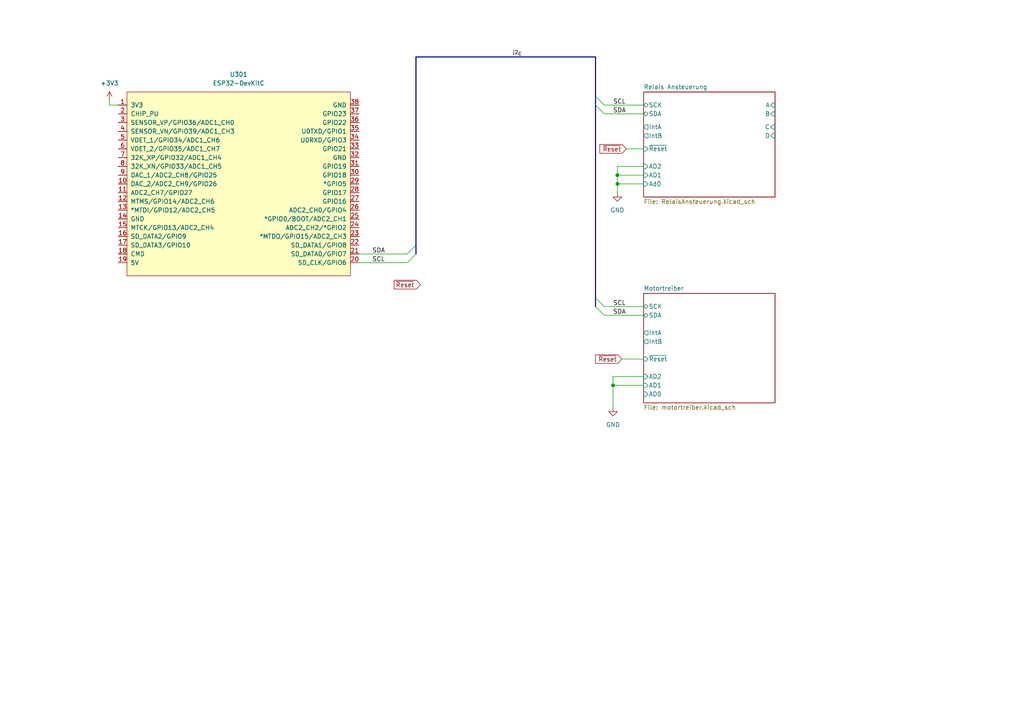
<source format=kicad_sch>
(kicad_sch (version 20211123) (generator eeschema)
  (paper "A4")
  (lib_symbols
    (symbol "Espressif:ESP32-DevKitC" (pin_names (offset 1.016))
      (property "Reference" "U" (at -8.89 26.67 0))
      (property "Value" "ESP32-DevKitC" (at 0 -29.21 0))
      (symbol "ESP32-DevKitC_0_0"
        (pin power_in line (at -33.02 -11.43 0) (length 2.54) (name "GND") (number "14"))
        (pin power_in line (at -33.02 -24.13 0) (length 2.54) (name "5V") (number "19"))
      )
      (symbol "ESP32-DevKitC_0_1"
        (rectangle (start -30.48 25.4) (end 34.29 -27.94) (fill (type background)))
      )
      (symbol "ESP32-DevKitC_1_1"
        (pin power_in line (at -33.02 21.59 0) (length 2.54) (name "3V3") (number "1"))
        (pin bidirectional line (at -33.02 -1.27 0) (length 2.54) (name "DAC_2/ADC2_CH9/GPIO26") (number "10"))
        (pin bidirectional line (at -33.02 -3.81 0) (length 2.54) (name "ADC2_CH7/GPIO27") (number "11"))
        (pin bidirectional line (at -33.02 -6.35 0) (length 2.54) (name "MTMS/GPIO14/ADC2_CH6") (number "12"))
        (pin bidirectional line (at -33.02 -8.89 0) (length 2.54) (name "*MTDI/GPIO12/ADC2_CH5") (number "13"))
        (pin bidirectional line (at -33.02 -13.97 0) (length 2.54) (name "MTCK/GPIO13/ADC2_CH4") (number "15"))
        (pin bidirectional line (at -33.02 -16.51 0) (length 2.54) (name "SD_DATA2/GPIO9") (number "16"))
        (pin bidirectional line (at -33.02 -19.05 0) (length 2.54) (name "SD_DATA3/GPIO10") (number "17"))
        (pin bidirectional line (at -33.02 -21.59 0) (length 2.54) (name "CMD") (number "18"))
        (pin input line (at -33.02 19.05 0) (length 2.54) (name "CHIP_PU") (number "2"))
        (pin bidirectional line (at 36.83 -24.13 180) (length 2.54) (name "SD_CLK/GPIO6") (number "20"))
        (pin bidirectional line (at 36.83 -21.59 180) (length 2.54) (name "SD_DATA0/GPIO7") (number "21"))
        (pin bidirectional line (at 36.83 -19.05 180) (length 2.54) (name "SD_DATA1/GPIO8") (number "22"))
        (pin bidirectional line (at 36.83 -16.51 180) (length 2.54) (name "*MTDO/GPIO15/ADC2_CH3") (number "23"))
        (pin bidirectional line (at 36.83 -13.97 180) (length 2.54) (name "ADC2_CH2/*GPIO2") (number "24"))
        (pin bidirectional line (at 36.83 -11.43 180) (length 2.54) (name "*GPIO0/BOOT/ADC2_CH1") (number "25"))
        (pin bidirectional line (at 36.83 -8.89 180) (length 2.54) (name "ADC2_CH0/GPIO4") (number "26"))
        (pin bidirectional line (at 36.83 -6.35 180) (length 2.54) (name "GPIO16") (number "27"))
        (pin bidirectional line (at 36.83 -3.81 180) (length 2.54) (name "GPIO17") (number "28"))
        (pin bidirectional line (at 36.83 -1.27 180) (length 2.54) (name "*GPIO5") (number "29"))
        (pin input line (at -33.02 16.51 0) (length 2.54) (name "SENSOR_VP/GPIO36/ADC1_CH0") (number "3"))
        (pin bidirectional line (at 36.83 1.27 180) (length 2.54) (name "GPIO18") (number "30"))
        (pin bidirectional line (at 36.83 3.81 180) (length 2.54) (name "GPIO19") (number "31"))
        (pin power_in line (at 36.83 6.35 180) (length 2.54) (name "GND") (number "32"))
        (pin bidirectional line (at 36.83 8.89 180) (length 2.54) (name "GPIO21") (number "33"))
        (pin bidirectional line (at 36.83 11.43 180) (length 2.54) (name "U0RXD/GPIO3") (number "34"))
        (pin bidirectional line (at 36.83 13.97 180) (length 2.54) (name "U0TXD/GPIO1") (number "35"))
        (pin bidirectional line (at 36.83 16.51 180) (length 2.54) (name "GPIO22") (number "36"))
        (pin bidirectional line (at 36.83 19.05 180) (length 2.54) (name "GPIO23") (number "37"))
        (pin power_in line (at 36.83 21.59 180) (length 2.54) (name "GND") (number "38"))
        (pin input line (at -33.02 13.97 0) (length 2.54) (name "SENSOR_VN/GPIO39/ADC1_CH3") (number "4"))
        (pin input line (at -33.02 11.43 0) (length 2.54) (name "VDET_1/GPIO34/ADC1_CH6") (number "5"))
        (pin input line (at -33.02 8.89 0) (length 2.54) (name "VDET_2/GPIO35/ADC1_CH7") (number "6"))
        (pin bidirectional line (at -33.02 6.35 0) (length 2.54) (name "32K_XP/GPIO32/ADC1_CH4") (number "7"))
        (pin bidirectional line (at -33.02 3.81 0) (length 2.54) (name "32K_XN/GPIO33/ADC1_CH5") (number "8"))
        (pin bidirectional line (at -33.02 1.27 0) (length 2.54) (name "DAC_1/ADC2_CH8/GPIO25") (number "9"))
      )
    )
    (symbol "power:+3.3V" (power) (pin_names (offset 0))
      (property "Value" "+3.3V" (at 0 3.556 0))
      (symbol "+3.3V_0_1"
        (polyline (pts (xy -0.762 1.27) (xy 0 2.54)))
        (polyline (pts (xy 0 0) (xy 0 2.54)))
        (polyline (pts (xy 0 2.54) (xy 0.762 1.27)))
      )
      (symbol "+3.3V_1_1"
        (pin power_in line (at 0 0 90) (length 0) hide (name "+3V3") (number "1"))
      )
    )
    (symbol "power:GND" (power) (pin_names (offset 0))
      (property "Value" "GND" (at 0 -3.81 0))
      (symbol "GND_0_1"
        (polyline (pts (xy 0 0) (xy 0 -1.27) (xy 1.27 -1.27) (xy 0 -2.54) (xy -1.27 -1.27) (xy 0 -1.27)))
      )
      (symbol "GND_1_1"
        (pin power_in line (at 0 0 270) (length 0) hide (name "GND") (number "1"))
      )
    )
  )
  (junction (at 179.07 50.8))
  (junction (at 179.07 53.34))
  (junction (at 177.8 111.76))
  (bus_entry (at 118.11 73.66) (size 2.54 -2.54))
  (bus_entry (at 118.11 76.2) (size 2.54 -2.54))
  (bus_entry (at 172.72 86.36) (size 2.54 2.54))
  (bus_entry (at 172.72 88.9) (size 2.54 2.54))
  (bus_entry (at 172.72 27.94) (size 2.54 2.54))
  (bus_entry (at 172.72 30.48) (size 2.54 2.54))
  (wire (pts (xy 179.07 50.8) (xy 186.69 50.8)))
  (wire (pts (xy 181.61 43.18) (xy 186.69 43.18)))
  (wire (pts (xy 179.07 55.88) (xy 179.07 53.34)))
  (wire (pts (xy 179.07 50.8) (xy 179.07 48.26)))
  (wire (pts (xy 175.26 88.9) (xy 186.69 88.9)))
  (wire (pts (xy 31.75 29.21) (xy 31.75 30.48)))
  (bus (pts (xy 120.65 71.12) (xy 120.65 73.66)))
  (wire (pts (xy 31.75 30.48) (xy 34.29 30.48)))
  (wire (pts (xy 179.07 53.34) (xy 186.69 53.34)))
  (bus (pts (xy 120.65 16.51) (xy 120.65 71.12)))
  (wire (pts (xy 186.69 109.22) (xy 177.8 109.22)))
  (wire (pts (xy 175.26 33.02) (xy 186.69 33.02)))
  (bus (pts (xy 172.72 30.48) (xy 172.72 86.36)))
  (wire (pts (xy 104.14 76.2) (xy 118.11 76.2)))
  (wire (pts (xy 104.14 73.66) (xy 118.11 73.66)))
  (bus (pts (xy 120.65 16.51) (xy 172.72 16.51)))
  (wire (pts (xy 175.26 91.44) (xy 186.69 91.44)))
  (wire (pts (xy 179.07 48.26) (xy 186.69 48.26)))
  (wire (pts (xy 180.34 104.14) (xy 186.69 104.14)))
  (wire (pts (xy 177.8 111.76) (xy 177.8 118.11)))
  (bus (pts (xy 172.72 86.36) (xy 172.72 88.9)))
  (bus (pts (xy 172.72 27.94) (xy 172.72 16.51)))
  (wire (pts (xy 186.69 111.76) (xy 177.8 111.76)))
  (wire (pts (xy 177.8 109.22) (xy 177.8 111.76)))
  (wire (pts (xy 179.07 53.34) (xy 179.07 50.8)))
  (wire (pts (xy 175.26 30.48) (xy 186.69 30.48)))
  (bus (pts (xy 172.72 30.48) (xy 172.72 27.94)))
  (label "SDA" (at 107.95 73.66 0))
  (label "SDA" (at 177.8 33.02 0))
  (label "i^{2}c" (at 148.59 16.51 0))
  (label "SCL" (at 177.8 88.9 0))
  (label "SCL" (at 107.95 76.2 0))
  (label "SDA" (at 177.8 91.44 0))
  (label "SCL" (at 177.8 30.48 0))
  (global_label "~{Reset}" (shape output) (at 114.3 82.55 0) (property "Referenzen zwischen Schaltplänen" "${INTERSHEET_REFS}" (effects hide)))
  (global_label "~{Reset}" (shape input) (at 181.61 43.18 180) (property "Referenzen zwischen Schaltplänen" "${INTERSHEET_REFS}" (effects hide)))
  (global_label "~{Reset}" (shape input) (at 180.34 104.14 180) (property "Referenzen zwischen Schaltplänen" "${INTERSHEET_REFS}" (effects hide)))
  (symbol (lib_id "power:GND") (at 177.8 118.11 0) (unit 1)
    (property "Reference" "#PWR0303" (effects hide))
    (property "Value" "GND" (at 177.8 123.19 0))
  )
  (symbol (lib_id "Espressif:ESP32-DevKitC") (at 67.31 52.07 0) (unit 1)
    (property "Reference" "U301" (at 69.215 21.59 0))
    (property "Value" "ESP32-DevKitC" (at 69.215 24.13 0))
    (property "Footprint" "Espressif:ESP32-DevKitC" (effects hide))
    (property "Datasheet" "https://docs.espressif.com/projects/esp-idf/zh_CN/latest/esp32/hw-reference/esp32/get-started-devkitc.html" (effects hide))
  )
  (symbol (lib_id "power:GND") (at 179.07 55.88 0) (unit 1)
    (property "Reference" "#PWR0302" (effects hide))
    (property "Value" "GND" (at 179.07 60.96 0))
  )
  (symbol (lib_id "power:+3.3V") (at 31.75 29.21 0) (unit 1)
    (property "Reference" "#PWR0301" (effects hide))
    (property "Value" "+3.3V" (at 31.75 24.13 0))
  )
  (sheet (at 186.69 85.09) (size 38.1 31.75) (stroke (width 0.1524))
    (property "Sheet name" "Motortreiber" (at 186.69 84.3784 0) (effects (justify left bottom)))
    (property "Sheet file" "motortreiber.kicad_sch" (at 186.69 117.4246 0) (effects (justify left top)))
    (pin "SDA" bidirectional (at 186.69 91.44 180))
    (pin "SCK" bidirectional (at 186.69 88.9 180))
    (pin "IntA" output (at 186.69 96.52 180))
    (pin "~{Reset}" input (at 186.69 104.14 180))
    (pin "AD2" input (at 186.69 109.22 180))
    (pin "AD1" input (at 186.69 111.76 180))
    (pin "IntB" output (at 186.69 99.06 180))
    (pin "AD0" input (at 186.69 114.3 180))
  )
  (sheet (at 186.69 26.67) (size 38.1 30.48) (stroke (width 0.1524))
    (property "Sheet name" "Relais Ansteuerung" (at 186.69 25.9584 0) (effects (justify left bottom)))
    (property "Sheet file" "RelaisAnsteuerung.kicad_sch" (at 186.69 57.7346 0) (effects (justify left top)))
    (pin "SCK" bidirectional (at 186.69 30.48 180))
    (pin "SDA" bidirectional (at 186.69 33.02 180))
    (pin "IntA" output (at 186.69 36.83 180))
    (pin "IntB" output (at 186.69 39.37 180))
    (pin "AD2" input (at 186.69 48.26 180))
    (pin "AD1" input (at 186.69 50.8 180))
    (pin "Ad0" input (at 186.69 53.34 180))
    (pin "~{Reset}" input (at 186.69 43.18 180))
    (pin "C" input (at 224.79 36.83 0))
    (pin "D" input (at 224.79 39.37 0))
    (pin "A" input (at 224.79 30.48 0))
    (pin "B" input (at 224.79 33.02 0))
  )
)
</source>
